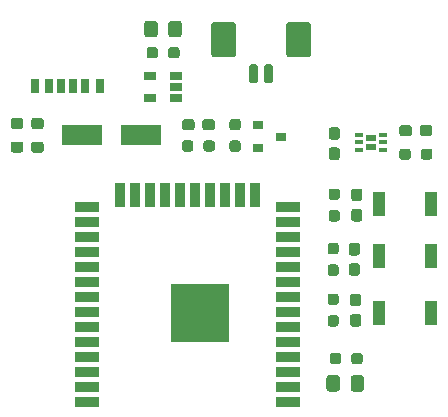
<source format=gbr>
G04 #@! TF.GenerationSoftware,KiCad,Pcbnew,(5.1.10)-1*
G04 #@! TF.CreationDate,2021-08-19T16:08:58+09:00*
G04 #@! TF.ProjectId,cat_toilet,6361745f-746f-4696-9c65-742e6b696361,rev?*
G04 #@! TF.SameCoordinates,Original*
G04 #@! TF.FileFunction,Paste,Top*
G04 #@! TF.FilePolarity,Positive*
%FSLAX46Y46*%
G04 Gerber Fmt 4.6, Leading zero omitted, Abs format (unit mm)*
G04 Created by KiCad (PCBNEW (5.1.10)-1) date 2021-08-19 16:08:58*
%MOMM*%
%LPD*%
G01*
G04 APERTURE LIST*
%ADD10R,3.500000X1.800000*%
%ADD11R,0.900000X0.800000*%
%ADD12R,1.050000X2.000000*%
%ADD13R,0.650000X0.350000*%
%ADD14R,0.820000X0.630000*%
%ADD15R,0.700000X1.200000*%
%ADD16R,0.760000X1.200000*%
%ADD17R,0.800000X1.200000*%
%ADD18R,1.060000X0.650000*%
%ADD19R,5.000000X5.000000*%
%ADD20R,2.000000X0.900000*%
%ADD21R,0.900000X2.000000*%
G04 APERTURE END LIST*
G36*
G01*
X2075000Y-9462500D02*
X2075000Y-9937500D01*
G75*
G02*
X1837500Y-10175000I-237500J0D01*
G01*
X1237500Y-10175000D01*
G75*
G02*
X1000000Y-9937500I0J237500D01*
G01*
X1000000Y-9462500D01*
G75*
G02*
X1237500Y-9225000I237500J0D01*
G01*
X1837500Y-9225000D01*
G75*
G02*
X2075000Y-9462500I0J-237500D01*
G01*
G37*
G36*
G01*
X3800000Y-9462500D02*
X3800000Y-9937500D01*
G75*
G02*
X3562500Y-10175000I-237500J0D01*
G01*
X2962500Y-10175000D01*
G75*
G02*
X2725000Y-9937500I0J237500D01*
G01*
X2725000Y-9462500D01*
G75*
G02*
X2962500Y-9225000I237500J0D01*
G01*
X3562500Y-9225000D01*
G75*
G02*
X3800000Y-9462500I0J-237500D01*
G01*
G37*
G36*
G01*
X2075000Y-11462500D02*
X2075000Y-11937500D01*
G75*
G02*
X1837500Y-12175000I-237500J0D01*
G01*
X1237500Y-12175000D01*
G75*
G02*
X1000000Y-11937500I0J237500D01*
G01*
X1000000Y-11462500D01*
G75*
G02*
X1237500Y-11225000I237500J0D01*
G01*
X1837500Y-11225000D01*
G75*
G02*
X2075000Y-11462500I0J-237500D01*
G01*
G37*
G36*
G01*
X3800000Y-11462500D02*
X3800000Y-11937500D01*
G75*
G02*
X3562500Y-12175000I-237500J0D01*
G01*
X2962500Y-12175000D01*
G75*
G02*
X2725000Y-11937500I0J237500D01*
G01*
X2725000Y-11462500D01*
G75*
G02*
X2962500Y-11225000I237500J0D01*
G01*
X3562500Y-11225000D01*
G75*
G02*
X3800000Y-11462500I0J-237500D01*
G01*
G37*
G36*
G01*
X28162500Y-11725000D02*
X28637500Y-11725000D01*
G75*
G02*
X28875000Y-11962500I0J-237500D01*
G01*
X28875000Y-12562500D01*
G75*
G02*
X28637500Y-12800000I-237500J0D01*
G01*
X28162500Y-12800000D01*
G75*
G02*
X27925000Y-12562500I0J237500D01*
G01*
X27925000Y-11962500D01*
G75*
G02*
X28162500Y-11725000I237500J0D01*
G01*
G37*
G36*
G01*
X28162500Y-10000000D02*
X28637500Y-10000000D01*
G75*
G02*
X28875000Y-10237500I0J-237500D01*
G01*
X28875000Y-10837500D01*
G75*
G02*
X28637500Y-11075000I-237500J0D01*
G01*
X28162500Y-11075000D01*
G75*
G02*
X27925000Y-10837500I0J237500D01*
G01*
X27925000Y-10237500D01*
G75*
G02*
X28162500Y-10000000I237500J0D01*
G01*
G37*
G36*
G01*
X33900000Y-10537500D02*
X33900000Y-10062500D01*
G75*
G02*
X34137500Y-9825000I237500J0D01*
G01*
X34737500Y-9825000D01*
G75*
G02*
X34975000Y-10062500I0J-237500D01*
G01*
X34975000Y-10537500D01*
G75*
G02*
X34737500Y-10775000I-237500J0D01*
G01*
X34137500Y-10775000D01*
G75*
G02*
X33900000Y-10537500I0J237500D01*
G01*
G37*
G36*
G01*
X35625000Y-10537500D02*
X35625000Y-10062500D01*
G75*
G02*
X35862500Y-9825000I237500J0D01*
G01*
X36462500Y-9825000D01*
G75*
G02*
X36700000Y-10062500I0J-237500D01*
G01*
X36700000Y-10537500D01*
G75*
G02*
X36462500Y-10775000I-237500J0D01*
G01*
X35862500Y-10775000D01*
G75*
G02*
X35625000Y-10537500I0J237500D01*
G01*
G37*
G36*
G01*
X15500000Y-10037500D02*
X15500000Y-9562500D01*
G75*
G02*
X15737500Y-9325000I237500J0D01*
G01*
X16337500Y-9325000D01*
G75*
G02*
X16575000Y-9562500I0J-237500D01*
G01*
X16575000Y-10037500D01*
G75*
G02*
X16337500Y-10275000I-237500J0D01*
G01*
X15737500Y-10275000D01*
G75*
G02*
X15500000Y-10037500I0J237500D01*
G01*
G37*
G36*
G01*
X17225000Y-10037500D02*
X17225000Y-9562500D01*
G75*
G02*
X17462500Y-9325000I237500J0D01*
G01*
X18062500Y-9325000D01*
G75*
G02*
X18300000Y-9562500I0J-237500D01*
G01*
X18300000Y-10037500D01*
G75*
G02*
X18062500Y-10275000I-237500J0D01*
G01*
X17462500Y-10275000D01*
G75*
G02*
X17225000Y-10037500I0J237500D01*
G01*
G37*
G36*
G01*
X29962500Y-25825000D02*
X30437500Y-25825000D01*
G75*
G02*
X30675000Y-26062500I0J-237500D01*
G01*
X30675000Y-26662500D01*
G75*
G02*
X30437500Y-26900000I-237500J0D01*
G01*
X29962500Y-26900000D01*
G75*
G02*
X29725000Y-26662500I0J237500D01*
G01*
X29725000Y-26062500D01*
G75*
G02*
X29962500Y-25825000I237500J0D01*
G01*
G37*
G36*
G01*
X29962500Y-24100000D02*
X30437500Y-24100000D01*
G75*
G02*
X30675000Y-24337500I0J-237500D01*
G01*
X30675000Y-24937500D01*
G75*
G02*
X30437500Y-25175000I-237500J0D01*
G01*
X29962500Y-25175000D01*
G75*
G02*
X29725000Y-24937500I0J237500D01*
G01*
X29725000Y-24337500D01*
G75*
G02*
X29962500Y-24100000I237500J0D01*
G01*
G37*
G36*
G01*
X29862500Y-19800000D02*
X30337500Y-19800000D01*
G75*
G02*
X30575000Y-20037500I0J-237500D01*
G01*
X30575000Y-20637500D01*
G75*
G02*
X30337500Y-20875000I-237500J0D01*
G01*
X29862500Y-20875000D01*
G75*
G02*
X29625000Y-20637500I0J237500D01*
G01*
X29625000Y-20037500D01*
G75*
G02*
X29862500Y-19800000I237500J0D01*
G01*
G37*
G36*
G01*
X29862500Y-21525000D02*
X30337500Y-21525000D01*
G75*
G02*
X30575000Y-21762500I0J-237500D01*
G01*
X30575000Y-22362500D01*
G75*
G02*
X30337500Y-22600000I-237500J0D01*
G01*
X29862500Y-22600000D01*
G75*
G02*
X29625000Y-22362500I0J237500D01*
G01*
X29625000Y-21762500D01*
G75*
G02*
X29862500Y-21525000I237500J0D01*
G01*
G37*
G36*
G01*
X30062500Y-15200000D02*
X30537500Y-15200000D01*
G75*
G02*
X30775000Y-15437500I0J-237500D01*
G01*
X30775000Y-16037500D01*
G75*
G02*
X30537500Y-16275000I-237500J0D01*
G01*
X30062500Y-16275000D01*
G75*
G02*
X29825000Y-16037500I0J237500D01*
G01*
X29825000Y-15437500D01*
G75*
G02*
X30062500Y-15200000I237500J0D01*
G01*
G37*
G36*
G01*
X30062500Y-16925000D02*
X30537500Y-16925000D01*
G75*
G02*
X30775000Y-17162500I0J-237500D01*
G01*
X30775000Y-17762500D01*
G75*
G02*
X30537500Y-18000000I-237500J0D01*
G01*
X30062500Y-18000000D01*
G75*
G02*
X29825000Y-17762500I0J237500D01*
G01*
X29825000Y-17162500D01*
G75*
G02*
X30062500Y-16925000I237500J0D01*
G01*
G37*
D10*
X12000000Y-10700000D03*
X7000000Y-10700000D03*
G36*
G01*
X13450000Y-1249999D02*
X13450000Y-2150001D01*
G75*
G02*
X13200001Y-2400000I-249999J0D01*
G01*
X12549999Y-2400000D01*
G75*
G02*
X12300000Y-2150001I0J249999D01*
G01*
X12300000Y-1249999D01*
G75*
G02*
X12549999Y-1000000I249999J0D01*
G01*
X13200001Y-1000000D01*
G75*
G02*
X13450000Y-1249999I0J-249999D01*
G01*
G37*
G36*
G01*
X15500000Y-1249999D02*
X15500000Y-2150001D01*
G75*
G02*
X15250001Y-2400000I-249999J0D01*
G01*
X14599999Y-2400000D01*
G75*
G02*
X14350000Y-2150001I0J249999D01*
G01*
X14350000Y-1249999D01*
G75*
G02*
X14599999Y-1000000I249999J0D01*
G01*
X15250001Y-1000000D01*
G75*
G02*
X15500000Y-1249999I0J-249999D01*
G01*
G37*
G36*
G01*
X30925000Y-31249999D02*
X30925000Y-32150001D01*
G75*
G02*
X30675001Y-32400000I-249999J0D01*
G01*
X30024999Y-32400000D01*
G75*
G02*
X29775000Y-32150001I0J249999D01*
G01*
X29775000Y-31249999D01*
G75*
G02*
X30024999Y-31000000I249999J0D01*
G01*
X30675001Y-31000000D01*
G75*
G02*
X30925000Y-31249999I0J-249999D01*
G01*
G37*
G36*
G01*
X28875000Y-31249999D02*
X28875000Y-32150001D01*
G75*
G02*
X28625001Y-32400000I-249999J0D01*
G01*
X27974999Y-32400000D01*
G75*
G02*
X27725000Y-32150001I0J249999D01*
G01*
X27725000Y-31249999D01*
G75*
G02*
X27974999Y-31000000I249999J0D01*
G01*
X28625001Y-31000000D01*
G75*
G02*
X28875000Y-31249999I0J-249999D01*
G01*
G37*
G36*
G01*
X23225000Y-4900000D02*
X23225000Y-6100000D01*
G75*
G02*
X23025000Y-6300000I-200000J0D01*
G01*
X22625000Y-6300000D01*
G75*
G02*
X22425000Y-6100000I0J200000D01*
G01*
X22425000Y-4900000D01*
G75*
G02*
X22625000Y-4700000I200000J0D01*
G01*
X23025000Y-4700000D01*
G75*
G02*
X23225000Y-4900000I0J-200000D01*
G01*
G37*
G36*
G01*
X21975000Y-4900000D02*
X21975000Y-6100000D01*
G75*
G02*
X21775000Y-6300000I-200000J0D01*
G01*
X21375000Y-6300000D01*
G75*
G02*
X21175000Y-6100000I0J200000D01*
G01*
X21175000Y-4900000D01*
G75*
G02*
X21375000Y-4700000I200000J0D01*
G01*
X21775000Y-4700000D01*
G75*
G02*
X21975000Y-4900000I0J-200000D01*
G01*
G37*
G36*
G01*
X26425000Y-1349999D02*
X26425000Y-3850001D01*
G75*
G02*
X26175001Y-4100000I-249999J0D01*
G01*
X24574999Y-4100000D01*
G75*
G02*
X24325000Y-3850001I0J249999D01*
G01*
X24325000Y-1349999D01*
G75*
G02*
X24574999Y-1100000I249999J0D01*
G01*
X26175001Y-1100000D01*
G75*
G02*
X26425000Y-1349999I0J-249999D01*
G01*
G37*
G36*
G01*
X20075000Y-1349999D02*
X20075000Y-3850001D01*
G75*
G02*
X19825001Y-4100000I-249999J0D01*
G01*
X18224999Y-4100000D01*
G75*
G02*
X17975000Y-3850001I0J249999D01*
G01*
X17975000Y-1349999D01*
G75*
G02*
X18224999Y-1100000I249999J0D01*
G01*
X19825001Y-1100000D01*
G75*
G02*
X20075000Y-1349999I0J-249999D01*
G01*
G37*
D11*
X21900000Y-9850000D03*
X21900000Y-11750000D03*
X23900000Y-10800000D03*
G36*
G01*
X14325000Y-3937500D02*
X14325000Y-3462500D01*
G75*
G02*
X14562500Y-3225000I237500J0D01*
G01*
X15062500Y-3225000D01*
G75*
G02*
X15300000Y-3462500I0J-237500D01*
G01*
X15300000Y-3937500D01*
G75*
G02*
X15062500Y-4175000I-237500J0D01*
G01*
X14562500Y-4175000D01*
G75*
G02*
X14325000Y-3937500I0J237500D01*
G01*
G37*
G36*
G01*
X12500000Y-3937500D02*
X12500000Y-3462500D01*
G75*
G02*
X12737500Y-3225000I237500J0D01*
G01*
X13237500Y-3225000D01*
G75*
G02*
X13475000Y-3462500I0J-237500D01*
G01*
X13475000Y-3937500D01*
G75*
G02*
X13237500Y-4175000I-237500J0D01*
G01*
X12737500Y-4175000D01*
G75*
G02*
X12500000Y-3937500I0J237500D01*
G01*
G37*
G36*
G01*
X33900000Y-12537500D02*
X33900000Y-12062500D01*
G75*
G02*
X34137500Y-11825000I237500J0D01*
G01*
X34637500Y-11825000D01*
G75*
G02*
X34875000Y-12062500I0J-237500D01*
G01*
X34875000Y-12537500D01*
G75*
G02*
X34637500Y-12775000I-237500J0D01*
G01*
X34137500Y-12775000D01*
G75*
G02*
X33900000Y-12537500I0J237500D01*
G01*
G37*
G36*
G01*
X35725000Y-12537500D02*
X35725000Y-12062500D01*
G75*
G02*
X35962500Y-11825000I237500J0D01*
G01*
X36462500Y-11825000D01*
G75*
G02*
X36700000Y-12062500I0J-237500D01*
G01*
X36700000Y-12537500D01*
G75*
G02*
X36462500Y-12775000I-237500J0D01*
G01*
X35962500Y-12775000D01*
G75*
G02*
X35725000Y-12537500I0J237500D01*
G01*
G37*
G36*
G01*
X15500000Y-11837500D02*
X15500000Y-11362500D01*
G75*
G02*
X15737500Y-11125000I237500J0D01*
G01*
X16237500Y-11125000D01*
G75*
G02*
X16475000Y-11362500I0J-237500D01*
G01*
X16475000Y-11837500D01*
G75*
G02*
X16237500Y-12075000I-237500J0D01*
G01*
X15737500Y-12075000D01*
G75*
G02*
X15500000Y-11837500I0J237500D01*
G01*
G37*
G36*
G01*
X17325000Y-11837500D02*
X17325000Y-11362500D01*
G75*
G02*
X17562500Y-11125000I237500J0D01*
G01*
X18062500Y-11125000D01*
G75*
G02*
X18300000Y-11362500I0J-237500D01*
G01*
X18300000Y-11837500D01*
G75*
G02*
X18062500Y-12075000I-237500J0D01*
G01*
X17562500Y-12075000D01*
G75*
G02*
X17325000Y-11837500I0J237500D01*
G01*
G37*
G36*
G01*
X28537500Y-25075000D02*
X28062500Y-25075000D01*
G75*
G02*
X27825000Y-24837500I0J237500D01*
G01*
X27825000Y-24337500D01*
G75*
G02*
X28062500Y-24100000I237500J0D01*
G01*
X28537500Y-24100000D01*
G75*
G02*
X28775000Y-24337500I0J-237500D01*
G01*
X28775000Y-24837500D01*
G75*
G02*
X28537500Y-25075000I-237500J0D01*
G01*
G37*
G36*
G01*
X28537500Y-26900000D02*
X28062500Y-26900000D01*
G75*
G02*
X27825000Y-26662500I0J237500D01*
G01*
X27825000Y-26162500D01*
G75*
G02*
X28062500Y-25925000I237500J0D01*
G01*
X28537500Y-25925000D01*
G75*
G02*
X28775000Y-26162500I0J-237500D01*
G01*
X28775000Y-26662500D01*
G75*
G02*
X28537500Y-26900000I-237500J0D01*
G01*
G37*
G36*
G01*
X28537500Y-22600000D02*
X28062500Y-22600000D01*
G75*
G02*
X27825000Y-22362500I0J237500D01*
G01*
X27825000Y-21862500D01*
G75*
G02*
X28062500Y-21625000I237500J0D01*
G01*
X28537500Y-21625000D01*
G75*
G02*
X28775000Y-21862500I0J-237500D01*
G01*
X28775000Y-22362500D01*
G75*
G02*
X28537500Y-22600000I-237500J0D01*
G01*
G37*
G36*
G01*
X28537500Y-20775000D02*
X28062500Y-20775000D01*
G75*
G02*
X27825000Y-20537500I0J237500D01*
G01*
X27825000Y-20037500D01*
G75*
G02*
X28062500Y-19800000I237500J0D01*
G01*
X28537500Y-19800000D01*
G75*
G02*
X28775000Y-20037500I0J-237500D01*
G01*
X28775000Y-20537500D01*
G75*
G02*
X28537500Y-20775000I-237500J0D01*
G01*
G37*
G36*
G01*
X19762500Y-11125000D02*
X20237500Y-11125000D01*
G75*
G02*
X20475000Y-11362500I0J-237500D01*
G01*
X20475000Y-11862500D01*
G75*
G02*
X20237500Y-12100000I-237500J0D01*
G01*
X19762500Y-12100000D01*
G75*
G02*
X19525000Y-11862500I0J237500D01*
G01*
X19525000Y-11362500D01*
G75*
G02*
X19762500Y-11125000I237500J0D01*
G01*
G37*
G36*
G01*
X19762500Y-9300000D02*
X20237500Y-9300000D01*
G75*
G02*
X20475000Y-9537500I0J-237500D01*
G01*
X20475000Y-10037500D01*
G75*
G02*
X20237500Y-10275000I-237500J0D01*
G01*
X19762500Y-10275000D01*
G75*
G02*
X19525000Y-10037500I0J237500D01*
G01*
X19525000Y-9537500D01*
G75*
G02*
X19762500Y-9300000I237500J0D01*
G01*
G37*
G36*
G01*
X28000000Y-29837500D02*
X28000000Y-29362500D01*
G75*
G02*
X28237500Y-29125000I237500J0D01*
G01*
X28737500Y-29125000D01*
G75*
G02*
X28975000Y-29362500I0J-237500D01*
G01*
X28975000Y-29837500D01*
G75*
G02*
X28737500Y-30075000I-237500J0D01*
G01*
X28237500Y-30075000D01*
G75*
G02*
X28000000Y-29837500I0J237500D01*
G01*
G37*
G36*
G01*
X29825000Y-29837500D02*
X29825000Y-29362500D01*
G75*
G02*
X30062500Y-29125000I237500J0D01*
G01*
X30562500Y-29125000D01*
G75*
G02*
X30800000Y-29362500I0J-237500D01*
G01*
X30800000Y-29837500D01*
G75*
G02*
X30562500Y-30075000I-237500J0D01*
G01*
X30062500Y-30075000D01*
G75*
G02*
X29825000Y-29837500I0J237500D01*
G01*
G37*
G36*
G01*
X28637500Y-16175000D02*
X28162500Y-16175000D01*
G75*
G02*
X27925000Y-15937500I0J237500D01*
G01*
X27925000Y-15437500D01*
G75*
G02*
X28162500Y-15200000I237500J0D01*
G01*
X28637500Y-15200000D01*
G75*
G02*
X28875000Y-15437500I0J-237500D01*
G01*
X28875000Y-15937500D01*
G75*
G02*
X28637500Y-16175000I-237500J0D01*
G01*
G37*
G36*
G01*
X28637500Y-18000000D02*
X28162500Y-18000000D01*
G75*
G02*
X27925000Y-17762500I0J237500D01*
G01*
X27925000Y-17262500D01*
G75*
G02*
X28162500Y-17025000I237500J0D01*
G01*
X28637500Y-17025000D01*
G75*
G02*
X28875000Y-17262500I0J-237500D01*
G01*
X28875000Y-17762500D01*
G75*
G02*
X28637500Y-18000000I-237500J0D01*
G01*
G37*
D12*
X36625000Y-25700000D03*
X32175000Y-25700000D03*
X32175000Y-20900000D03*
X36625000Y-20900000D03*
X36600000Y-16500000D03*
X32150000Y-16500000D03*
D13*
X30450000Y-10650000D03*
X30450000Y-11300000D03*
X30450000Y-11950000D03*
X32550000Y-11950000D03*
X32550000Y-11300000D03*
X32550000Y-10650000D03*
D14*
X31500000Y-10900000D03*
X31500000Y-11700000D03*
D15*
X6300000Y-6550000D03*
X5300000Y-6550000D03*
D16*
X7320000Y-6550000D03*
X4280000Y-6550000D03*
D17*
X8550000Y-6550000D03*
X3050000Y-6550000D03*
D18*
X15000000Y-7550000D03*
X15000000Y-6600000D03*
X15000000Y-5650000D03*
X12800000Y-5650000D03*
X12800000Y-7550000D03*
D19*
X17000000Y-25755000D03*
D20*
X24500000Y-33255000D03*
X24500000Y-31985000D03*
X24500000Y-30715000D03*
X24500000Y-29445000D03*
X24500000Y-28175000D03*
X24500000Y-26905000D03*
X24500000Y-25635000D03*
X24500000Y-24365000D03*
X24500000Y-23095000D03*
X24500000Y-21825000D03*
X24500000Y-20555000D03*
X24500000Y-19285000D03*
X24500000Y-18015000D03*
X24500000Y-16745000D03*
D21*
X21715000Y-15745000D03*
X20445000Y-15745000D03*
X19175000Y-15745000D03*
X17905000Y-15745000D03*
X16635000Y-15745000D03*
X15365000Y-15745000D03*
X14095000Y-15745000D03*
X12825000Y-15745000D03*
X11555000Y-15745000D03*
X10285000Y-15745000D03*
D20*
X7500000Y-16745000D03*
X7500000Y-18015000D03*
X7500000Y-19285000D03*
X7500000Y-20555000D03*
X7500000Y-21825000D03*
X7500000Y-23095000D03*
X7500000Y-24365000D03*
X7500000Y-25635000D03*
X7500000Y-26905000D03*
X7500000Y-28175000D03*
X7500000Y-29445000D03*
X7500000Y-30715000D03*
X7500000Y-31985000D03*
X7500000Y-33255000D03*
M02*

</source>
